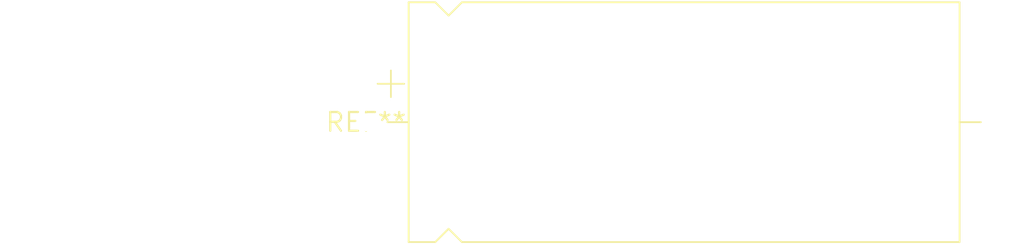
<source format=kicad_pcb>
(kicad_pcb (version 20240108) (generator pcbnew)
  (layers (0 "F.Cu" signal) (31 "B.Cu" signal) (34 "B.Paste" user) (35 "F.Paste" user) (36 "B.SilkS" user "B.Silkscreen") (37 "F.SilkS" user "F.Silkscreen") (38 "B.Mask" user) (39 "F.Mask" user) (44 "Edge.Cuts" user))
  (net 0 "")
  (footprint "CP_Axial_L37.0mm_D16.0mm_P43.00mm_Horizontal" (layer "F.Cu") (at 0 0)
    (property "Reference" "REF**")
    (property "Value" "CP_Axial_L37.0mm_D16.0mm_P43.00mm_Horizontal")
    (fp_line (start 0.78 -2.6) (end 2.58 -2.6) (layer "F.SilkS") (stroke (width 0.12)))
    (fp_line (start 1.44 0) (end 2.88 0) (layer "F.SilkS") (stroke (width 0.12)))
    (fp_line (start 1.68 -3.5) (end 1.68 -1.7) (layer "F.SilkS") (stroke (width 0.12)))
    (fp_line (start 2.88 -8.12) (end 2.88 8.12) (layer "F.SilkS") (stroke (width 0.12)))
    (fp_line (start 2.88 -8.12) (end 4.68 -8.12) (layer "F.SilkS") (stroke (width 0.12)))
    (fp_line (start 2.88 8.12) (end 4.68 8.12) (layer "F.SilkS") (stroke (width 0.12)))
    (fp_line (start 4.68 -8.12) (end 5.58 -7.22) (layer "F.SilkS") (stroke (width 0.12)))
    (fp_line (start 4.68 8.12) (end 5.58 7.22) (layer "F.SilkS") (stroke (width 0.12)))
    (fp_line (start 5.58 -7.22) (end 6.48 -8.12) (layer "F.SilkS") (stroke (width 0.12)))
    (fp_line (start 5.58 7.22) (end 6.48 8.12) (layer "F.SilkS") (stroke (width 0.12)))
    (fp_line (start 6.48 -8.12) (end 40.12 -8.12) (layer "F.SilkS") (stroke (width 0.12)))
    (fp_line (start 6.48 8.12) (end 40.12 8.12) (layer "F.SilkS") (stroke (width 0.12)))
    (fp_line (start 40.12 -8.12) (end 40.12 8.12) (layer "F.SilkS") (stroke (width 0.12)))
    (fp_line (start 41.56 0) (end 40.12 0) (layer "F.SilkS") (stroke (width 0.12)))
    (pad "1" thru_hole rect (at 0 0) (size 2.4 2.4) (drill 1.2) (layers *.Cu *.Mask) (remove_unused_layers))
    (pad "2" thru_hole oval (at 43 0) (size 2.4 2.4) (drill 1.2) (layers *.Cu *.Mask) (remove_unused_layers))
  )
)
</source>
